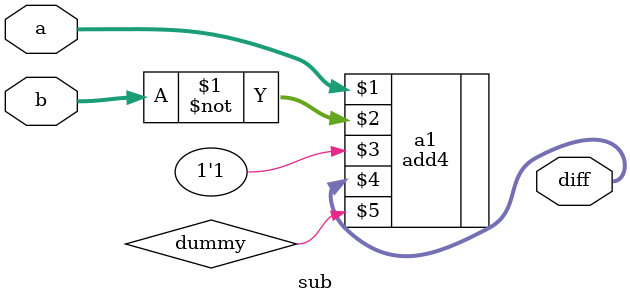
<source format=v>
module sub( a, b, diff );
    input [3:0] a, b;
    output [3:0] diff;
    wire dummy; // coにダミーを接続

    // a-b = a + ~b + 1'b1
    add4 a1(a, ~b, 1'b1, diff, dummy);
endmodule
</source>
